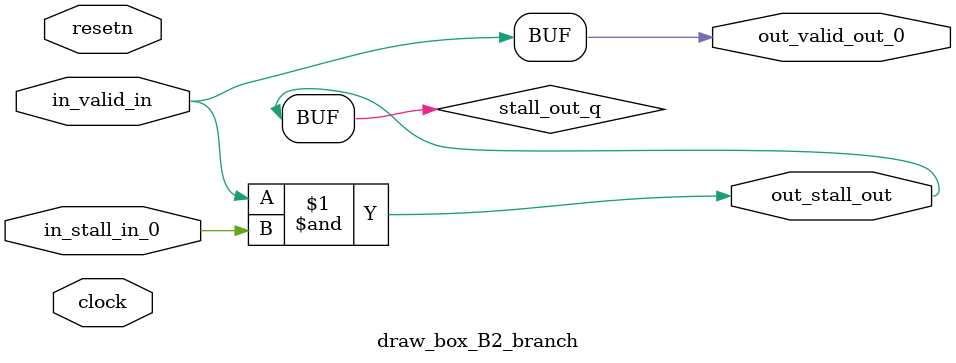
<source format=sv>



(* altera_attribute = "-name AUTO_SHIFT_REGISTER_RECOGNITION OFF; -name MESSAGE_DISABLE 10036; -name MESSAGE_DISABLE 10037; -name MESSAGE_DISABLE 14130; -name MESSAGE_DISABLE 14320; -name MESSAGE_DISABLE 15400; -name MESSAGE_DISABLE 14130; -name MESSAGE_DISABLE 10036; -name MESSAGE_DISABLE 12020; -name MESSAGE_DISABLE 12030; -name MESSAGE_DISABLE 12010; -name MESSAGE_DISABLE 12110; -name MESSAGE_DISABLE 14320; -name MESSAGE_DISABLE 13410; -name MESSAGE_DISABLE 113007; -name MESSAGE_DISABLE 10958" *)
module draw_box_B2_branch (
    input wire [0:0] in_stall_in_0,
    input wire [0:0] in_valid_in,
    output wire [0:0] out_stall_out,
    output wire [0:0] out_valid_out_0,
    input wire clock,
    input wire resetn
    );

    wire [0:0] stall_out_q;


    // stall_out(LOGICAL,6)
    assign stall_out_q = in_valid_in & in_stall_in_0;

    // out_stall_out(GPOUT,4)
    assign out_stall_out = stall_out_q;

    // out_valid_out_0(GPOUT,5)
    assign out_valid_out_0 = in_valid_in;

endmodule

</source>
